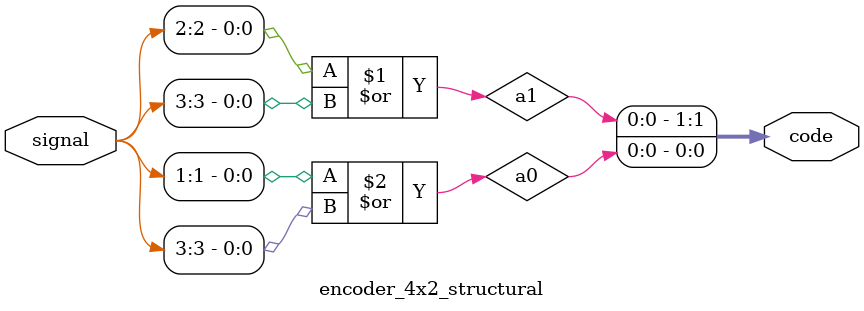
<source format=v>
`timescale 1ns / 1ps


// 2-to-4 디코더 모듈 (Behavioral 방식)
module decoder_2x4_behavioral(
    input [1:0] code,        // 2비트 입력 신호 (00~11)
    output reg [3:0] signal  // 4비트 출력 신호 (선택된 하나의 비트만 1)
    );
    
    // 입력 code가 변경될 때마다 항상 블록 실행
    always @(code) begin
        if(code == 2'b00)        // 입력이 00일 경우
            signal = 4'b0001;    // 출력: 첫 번째 비트만 1
        else if(code == 2'b01)   // 입력이 01일 경우
            signal = 4'b0010;    // 출력: 두 번째 비트만 1
        else if(code == 2'b10)   // 입력이 10일 경우
            signal = 4'b0100;    // 출력: 세 번째 비트만 1
        else                     // 입력이 11일 경우
            signal = 4'b1000;    // 출력: 네 번째 비트만 1
    end
endmodule

module decoder_2x4_dataflow (
    input [1:0] code,
    output [3:0] signal
);  

    assign signal = (code == 2'b00) ? 4'b0001 : (code == 2'b01) ? 4'b0010 : (code == 2'b10) ? 4'b0100 : 4'b1000;

endmodule


module decoder_2x4_dataflow_d (
    input [1:0] code,
    output [3:0] signal
);  
    assign signal[0] = (~code[1]) & (~code[0]);
    assign signal[1] = (~code[1]) & (code[0]);
    assign signal[2] = (code[1]) & (~code[0]);
    assign signal[3] = (code[1]) & (code[0]);
endmodule

module decoder_2x4_structual (
    input [1:0] code,
    output [3:0] signal
);
    wire n0, n1;     // NOT 신호
    
    not u_not0 (n0, code[0]);
    not u_not1 (n1, code[1]);
    
    and u_and0 (signal[0], n1, n0);
    and u_and1 (signal[1], n1, code[0]);
    and u_and2 (signal[2], code[1], n0);
    and u_and3 (signal[3], code[1], code[0]);

endmodule

module decoder_7seg(
    input [3:0] hex_value,
    output reg [7:0] seg_7,
    output reg [3:0] com_an
    );
    
    always @(hex_value)begin
        com_an = 4'b0000;
        case (hex_value)
            4'b0000 : seg_7 = 8'b11000000; //0
            4'b0001 : seg_7 = 8'b11111001; //1
            4'b0010 : seg_7 = 8'b10100100; //2
            4'b0011 : seg_7 = 8'b10110000; //3
            4'b0100 : seg_7 = 8'b10011001; //4
            4'b0101 : seg_7 = 8'b10010010; //5
            4'b0110 : seg_7 = 8'b10000010; //6
            4'b0111 : seg_7 = 8'b11111000; //7
            4'b1000 : seg_7 = 8'b10000000; //8
            4'b1001 : seg_7 = 8'b10011000; //9
            4'b1010 : seg_7 = 8'b10001000; //A
            4'b1011 : seg_7 = 8'b10000011; //b
            4'b1100 : seg_7 = 8'b11000110; //C
            4'b1101 : seg_7 = 8'b10100001; //d
            4'b1110 : seg_7 = 8'b10000110; //E
            4'b1111 : seg_7 = 8'b10001110; //F
        
        endcase
    end
endmodule

module encoder_4x2_behavioral(
    output reg [1:0] code,  // 2비트 출력 : 입력중에 켜진 위치를 이진수로 출력
    input [3:0] signal      // 4비트 입력 : 4개의 신호중에 하나가 1이라고 가정
);

    always @(signal)begin
        // signal -> 0001일때 -> 0번째 입력이 켜진것
        if(signal == 4'b0001) code = 2'b00;     // 출력 code = 0
        else if(signal == 4'b0010) code = 2'b01;
        else if(signal == 4'b0100) code = 2'b10;
        else code = 2'b11;
    end

endmodule

module endocer_4x2_dataflow(
    output [1:0] code,  // 2비트 출력 : 입력중에 켜진 위치를 이진수로 출력
    input [3:0] signal      // 4비트 입력 : 4개의 신호중에 하나가 1이라고 가정
);

    assign code = (signal == 4'b0001) ? 2'b00:
                  (signal == 4'b0010) ? 2'b01:
                  (signal == 4'b0100) ? 2'b10:
                  (signal == 4'b1000) ? 2'b11 : 2'b00;

endmodule

module encoder_4x2_structural (
    output [1:0] code,
    input  [3:0] signal
);

    wire a0, a1;
    // code[1] = signal[2] or signal[3]
    // 입력값이 0100 또는 1000일 경우에 code[1]은 1
    or or1(a1, signal[2], signal[3]);
    
    //code[0] = signal[1] or signal[3] 
    //입력값이 0010 또는 1000일경우느에는 code[0] = 1
    or or0(a0, signal[1], signal[3]);
    
    assign code = {a1, a0}; // code[1]이 상위비트, code[0]이 하위비트

endmodule
</source>
